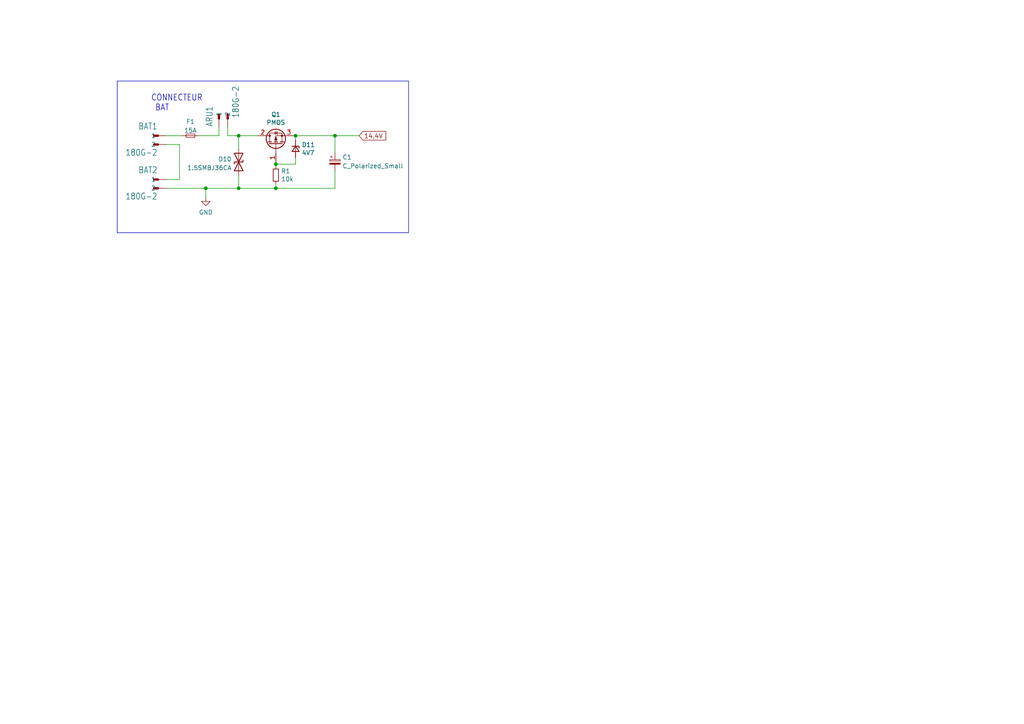
<source format=kicad_sch>
(kicad_sch (version 20231120) (generator "eeschema") (generator_version "8.0")
  (paper "A4")
  (lib_symbols
    (symbol "Device:C_Polarized_Small" (pin_numbers hide) (pin_names (offset 0.254) hide)
      (property "Reference" "C" (at 0.254 1.778 0))
      (property "Value" "C_Polarized_Small" (at 0.254 -2.032 0))
      (symbol "C_Polarized_Small_0_1"
        (rectangle (start -1.524 -0.3048) (end 1.524 -0.6858) (fill (type outline)))
        (rectangle (start -1.524 0.6858) (end 1.524 0.3048))
        (polyline (pts (xy -1.27 1.524) (xy -0.762 1.524)))
        (polyline (pts (xy -1.016 1.27) (xy -1.016 1.778)))
      )
      (symbol "C_Polarized_Small_1_1"
        (pin passive line (at 0 2.54 270) (length 1.8542) (name "~") (number "1"))
        (pin passive line (at 0 -2.54 90) (length 1.8542) (name "~") (number "2"))
      )
    )
    (symbol "Device:D_TVS" (pin_numbers hide) (pin_names (offset 1.016) hide)
      (property "Reference" "D" (at 0 2.54 0))
      (property "Value" "D_TVS" (at 0 -2.54 0))
      (symbol "D_TVS_0_1"
        (polyline (pts (xy 1.27 0) (xy -1.27 0)))
        (polyline (pts (xy 0.508 1.27) (xy 0 1.27) (xy 0 -1.27) (xy -0.508 -1.27)) (stroke (width 0.254)))
        (polyline (pts (xy -2.54 1.27) (xy -2.54 -1.27) (xy 2.54 1.27) (xy 2.54 -1.27) (xy -2.54 1.27)) (stroke (width 0.254)))
      )
      (symbol "D_TVS_1_1"
        (pin passive line (at -3.81 0 0) (length 2.54) (name "A1") (number "1"))
        (pin passive line (at 3.81 0 180) (length 2.54) (name "A2") (number "2"))
      )
    )
    (symbol "Device:D_Zener_Small" (pin_numbers hide) (pin_names (offset 0.254) hide)
      (property "Reference" "D" (at 0 2.286 0))
      (property "Value" "D_Zener_Small" (at 0 -2.286 0))
      (symbol "D_Zener_Small_0_1"
        (polyline (pts (xy 0.762 0) (xy -0.762 0)))
        (polyline (pts (xy -0.254 1.016) (xy -0.762 1.016) (xy -0.762 -1.016)) (stroke (width 0.254)))
        (polyline (pts (xy 0.762 1.016) (xy -0.762 0) (xy 0.762 -1.016) (xy 0.762 1.016)) (stroke (width 0.254)))
      )
      (symbol "D_Zener_Small_1_1"
        (pin passive line (at -2.54 0 0) (length 1.778) (name "K") (number "1"))
        (pin passive line (at 2.54 0 180) (length 1.778) (name "A") (number "2"))
      )
    )
    (symbol "Device:Fuse_Small" (pin_numbers hide) (pin_names (offset 0.254) hide)
      (property "Reference" "F" (at 0 -1.524 0))
      (property "Value" "Fuse_Small" (at 0 1.524 0))
      (symbol "Fuse_Small_0_1"
        (rectangle (start -1.27 0.508) (end 1.27 -0.508))
        (polyline (pts (xy -1.27 0) (xy 1.27 0)))
      )
      (symbol "Fuse_Small_1_1"
        (pin passive line (at -2.54 0 0) (length 1.27) (name "~") (number "1"))
        (pin passive line (at 2.54 0 180) (length 1.27) (name "~") (number "2"))
      )
    )
    (symbol "Device:Q_PMOS_GDS" (pin_names (offset 0) hide)
      (property "Reference" "Q" (at 5.08 1.27 0))
      (property "Value" "Q_PMOS_GDS" (at 5.08 -1.27 0))
      (symbol "Q_PMOS_GDS_0_1"
        (polyline (pts (xy 0.254 0) (xy -2.54 0)))
        (polyline (pts (xy 0.254 1.905) (xy 0.254 -1.905)) (stroke (width 0.254)))
        (polyline (pts (xy 0.762 -1.27) (xy 0.762 -2.286)) (stroke (width 0.254)))
        (polyline (pts (xy 0.762 0.508) (xy 0.762 -0.508)) (stroke (width 0.254)))
        (polyline (pts (xy 0.762 2.286) (xy 0.762 1.27)) (stroke (width 0.254)))
        (polyline (pts (xy 2.54 2.54) (xy 2.54 1.778)))
        (polyline (pts (xy 2.54 -2.54) (xy 2.54 0) (xy 0.762 0)))
        (polyline (pts (xy 0.762 1.778) (xy 3.302 1.778) (xy 3.302 -1.778) (xy 0.762 -1.778)))
        (polyline (pts (xy 2.286 0) (xy 1.27 0.381) (xy 1.27 -0.381) (xy 2.286 0)) (fill (type outline)))
        (polyline (pts (xy 2.794 -0.508) (xy 2.921 -0.381) (xy 3.683 -0.381) (xy 3.81 -0.254)))
        (polyline (pts (xy 3.302 -0.381) (xy 2.921 0.254) (xy 3.683 0.254) (xy 3.302 -0.381)))
        (circle (center 1.651 0) (radius 2.794) (stroke (width 0.254)))
        (circle (center 2.54 -1.778) (radius 0.254) (fill (type outline)))
        (circle (center 2.54 1.778) (radius 0.254) (fill (type outline)))
      )
      (symbol "Q_PMOS_GDS_1_1"
        (pin input line (at -5.08 0 0) (length 2.54) (name "G") (number "1"))
        (pin passive line (at 2.54 5.08 270) (length 2.54) (name "D") (number "2"))
        (pin passive line (at 2.54 -5.08 90) (length 2.54) (name "S") (number "3"))
      )
    )
    (symbol "Device:R_Small" (pin_numbers hide) (pin_names (offset 0.254) hide)
      (property "Reference" "R" (at 0.762 0.508 0))
      (property "Value" "R_Small" (at 0.762 -1.016 0))
      (symbol "R_Small_0_1"
        (rectangle (start -0.762 1.778) (end 0.762 -1.778) (stroke (width 0.2032)))
      )
      (symbol "R_Small_1_1"
        (pin passive line (at 0 2.54 270) (length 0.762) (name "~") (number "1"))
        (pin passive line (at 0 -2.54 90) (length 0.762) (name "~") (number "2"))
      )
    )
    (symbol "power:GND" (power) (pin_names (offset 0))
      (property "Value" "GND" (at 0 -3.81 0))
      (symbol "GND_0_1"
        (polyline (pts (xy 0 0) (xy 0 -1.27) (xy 1.27 -1.27) (xy 0 -2.54) (xy -1.27 -1.27) (xy 0 -1.27)))
      )
      (symbol "GND_1_1"
        (pin power_in line (at 0 0 270) (length 0) hide (name "GND") (number "1"))
      )
    )
    (symbol "schematic1-eagle-import:180G-2"
      (property "Reference" "X" (at 0 1.778 0))
      (property "Value" "180G-2" (at 0 -5.842 0))
      (symbol "180G-2_1_0"
        (rectangle (start -0.254 -2.794) (end 1.27 -2.286) (fill (type outline)))
        (rectangle (start -0.254 -0.254) (end 1.27 0.254) (fill (type outline)))
        (pin passive line (at -2.54 0 0) (length 2.54) (name "1") (number "1"))
        (pin passive line (at -2.54 -2.54 0) (length 2.54) (name "2") (number "2"))
      )
    )
  )
  (junction (at 69.215 54.61))
  (junction (at 85.725 39.37))
  (junction (at 80.01 47.625))
  (junction (at 69.215 39.37))
  (junction (at 97.155 39.37))
  (junction (at 59.69 54.61))
  (junction (at 80.01 54.61))
  (wire (pts (xy 59.69 54.61) (xy 48.26 54.61)))
  (wire (pts (xy 85.09 39.37) (xy 85.725 39.37)))
  (wire (pts (xy 69.215 39.37) (xy 74.93 39.37)))
  (wire (pts (xy 80.01 47.625) (xy 80.01 48.26)))
  (wire (pts (xy 52.07 41.91) (xy 48.26 41.91)))
  (wire (pts (xy 85.725 47.625) (xy 80.01 47.625)))
  (wire (pts (xy 69.215 39.37) (xy 69.215 43.18)))
  (wire (pts (xy 97.155 39.37) (xy 104.14 39.37)))
  (wire (pts (xy 63.5 39.37) (xy 63.5 36.83)))
  (wire (pts (xy 69.215 54.61) (xy 80.01 54.61)))
  (wire (pts (xy 80.01 54.61) (xy 80.01 53.34)))
  (wire (pts (xy 52.07 52.07) (xy 48.26 52.07)))
  (wire (pts (xy 97.155 54.61) (xy 80.01 54.61)))
  (wire (pts (xy 85.725 39.37) (xy 97.155 39.37)))
  (wire (pts (xy 80.01 46.99) (xy 80.01 47.625)))
  (wire (pts (xy 52.07 52.07) (xy 52.07 41.91)))
  (wire (pts (xy 85.725 40.64) (xy 85.725 39.37)))
  (wire (pts (xy 85.725 45.72) (xy 85.725 47.625)))
  (wire (pts (xy 66.04 36.83) (xy 66.04 39.37)))
  (wire (pts (xy 59.69 54.61) (xy 69.215 54.61)))
  (wire (pts (xy 69.215 50.8) (xy 69.215 54.61)))
  (wire (pts (xy 97.155 49.53) (xy 97.155 54.61)))
  (wire (pts (xy 66.04 39.37) (xy 69.215 39.37)))
  (wire (pts (xy 48.26 39.37) (xy 52.705 39.37)))
  (wire (pts (xy 57.785 39.37) (xy 63.5 39.37)))
  (wire (pts (xy 97.155 39.37) (xy 97.155 44.45)))
  (wire (pts (xy 59.69 57.15) (xy 59.69 54.61)))
  (rectangle (start 34 23.5) (end 118.5 67.5))
  (text "CONNECTEUR\n BAT" (at 43.815 32.385 0) (effects (font (size 1.778 1.5113)) (justify left bottom)))
  (global_label "14,4V" (shape input) (at 104.14 39.37 0) (property "Intersheetrefs" "${INTERSHEET_REFS}" (effects (hide yes))))
  (symbol (lib_id "schematic1-eagle-import:180G-2") (at 45.72 52.07 0) (mirror y) (unit 1)
    (property "Reference" "BAT2" (at 45.72 50.292 0) (effects (font (size 1.778 1.5113)) (justify left bottom)))
    (property "Value" "180G-2" (at 45.72 57.912 0) (effects (font (size 1.778 1.5113)) (justify left bottom)))
    (property "Footprint" "MainBoard:180G-2" (effects (hide yes)))
  )
  (symbol (lib_id "Device:Q_PMOS_GDS") (at 80.01 41.91 90) (unit 1)
    (property "Reference" "Q1" (at 80.01 33.2232 90))
    (property "Value" "PMOS" (at 80.01 35.5346 90))
    (property "Footprint" "schematic1:MOS_WDFN8" (effects (hide yes)))
    (property "Datasheet" "https://www.onsemi.com/pdf/datasheet/nttfs015p03p8z-d.pdf" (effects (hide yes)))
    (property "Mouser Part Number" "863-NTTFS015P03P8ZWG" (effects (hide yes)))
  )
  (symbol (lib_id "power:GND") (at 59.69 57.15 0) (unit 1)
    (property "Reference" "#PWR021" (effects (hide yes)))
    (property "Value" "GND" (at 59.69 61.5934 0))
  )
  (symbol (lib_id "Device:D_TVS") (at 69.215 46.99 270) (mirror x) (unit 1)
    (property "Reference" "D10" (at 67.183 46.1553 90) (effects (justify right)))
    (property "Value" "1.5SMBJ36CA" (at 67.183 48.6922 90) (effects (justify right)))
    (property "Footprint" "Diode_SMD:D_SMB" (effects (hide yes)))
    (property "Datasheet" "https://www.mouser.fr/datasheet/2/54/BOURNS_1_5SMBJ_datasheet-2530221.pdf" (effects (hide yes)))
    (property "Mouser Part Number" "652-1.5SMBJ36CA-H" (effects (hide yes)))
  )
  (symbol (lib_id "schematic1-eagle-import:180G-2") (at 63.5 34.29 90) (unit 1)
    (property "Reference" "ARU1" (at 61.722 36.83 0) (effects (font (size 1.778 1.5113)) (justify left bottom)))
    (property "Value" "180G-2" (at 69.342 34.29 0) (effects (font (size 1.778 1.5113)) (justify left bottom)))
    (property "Footprint" "MainBoard:180G-2" (effects (hide yes)))
  )
  (symbol (lib_id "Device:C_Polarized_Small") (at 97.155 46.99 0) (unit 1)
    (property "Reference" "C1" (at 99.314 45.6092 0) (effects (justify left)))
    (property "Value" "C_Polarized_Small" (at 99.314 48.1461 0) (effects (justify left)))
    (property "Footprint" "schematic1:E5-6" (effects (hide yes)))
  )
  (symbol (lib_id "Device:D_Zener_Small") (at 85.725 43.18 270) (unit 1)
    (property "Reference" "D11" (at 87.503 42.0116 90) (effects (justify left)))
    (property "Value" "4V7" (at 87.503 44.323 90) (effects (justify left)))
    (property "Footprint" "Diode_SMD:D_0603_1608Metric" (effects (hide yes)))
    (property "Datasheet" "https://www.mouser.fr/datasheet/2/916/BZX84J_SER-1319442.pdf" (effects (hide yes)))
    (property "Mouser Part Number" "771-BZX84J-C4V7115" (effects (hide yes)))
  )
  (symbol (lib_id "schematic1-eagle-import:180G-2") (at 45.72 39.37 0) (mirror y) (unit 1)
    (property "Reference" "BAT1" (at 45.72 37.592 0) (effects (font (size 1.778 1.5113)) (justify left bottom)))
    (property "Value" "180G-2" (at 45.72 45.212 0) (effects (font (size 1.778 1.5113)) (justify left bottom)))
    (property "Footprint" "MainBoard:180G-2" (effects (hide yes)))
  )
  (symbol (lib_id "Device:Fuse_Small") (at 55.245 39.37 0) (unit 1)
    (property "Reference" "F1" (at 55.245 35.2892 0))
    (property "Value" "15A" (at 55.245 37.8261 0))
    (property "Footprint" "Fuse:Fuse_1206_3216Metric_Pad1.42x1.75mm_HandSolder" (effects (hide yes)))
    (property "Datasheet" "https://www.mouser.fr/datasheet/2/358/typ_UST_1206-1276051.pdf" (effects (hide yes)))
    (property "Mouser Part Number" "693-3413.0330.22" (effects (hide yes)))
  )
  (symbol (lib_id "Device:R_Small") (at 80.01 50.8 0) (unit 1)
    (property "Reference" "R1" (at 81.5086 49.6316 0) (effects (justify left)))
    (property "Value" "10k" (at 81.5086 51.943 0) (effects (justify left)))
    (property "Footprint" "Resistor_SMD:R_0805_2012Metric_Pad1.20x1.40mm_HandSolder" (effects (hide yes)))
  )
)
</source>
